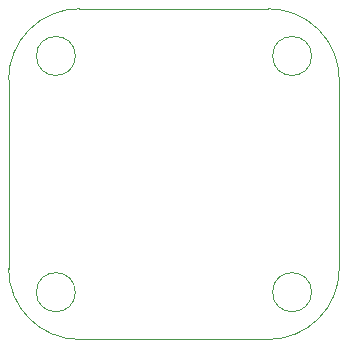
<source format=gbr>
%TF.GenerationSoftware,KiCad,Pcbnew,8.0.3-8.0.3-0~ubuntu24.04.1*%
%TF.CreationDate,2024-07-12T17:05:18+02:00*%
%TF.ProjectId,erace-rx-v2,65726163-652d-4727-982d-76322e6b6963,rev?*%
%TF.SameCoordinates,Original*%
%TF.FileFunction,Profile,NP*%
%FSLAX46Y46*%
G04 Gerber Fmt 4.6, Leading zero omitted, Abs format (unit mm)*
G04 Created by KiCad (PCBNEW 8.0.3-8.0.3-0~ubuntu24.04.1) date 2024-07-12 17:05:18*
%MOMM*%
%LPD*%
G01*
G04 APERTURE LIST*
%TA.AperFunction,Profile*%
%ADD10C,0.050000*%
%TD*%
G04 APERTURE END LIST*
D10*
X74650000Y-73000000D02*
G75*
G02*
X71350000Y-73000000I-1650000J0D01*
G01*
X71350000Y-73000000D02*
G75*
G02*
X74650000Y-73000000I1650000J0D01*
G01*
X77000000Y-71000000D02*
X77000000Y-55000000D01*
X55000000Y-77000000D02*
G75*
G02*
X49000000Y-71000000I0J6000000D01*
G01*
X54650000Y-53000000D02*
G75*
G02*
X51350000Y-53000000I-1650000J0D01*
G01*
X51350000Y-53000000D02*
G75*
G02*
X54650000Y-53000000I1650000J0D01*
G01*
X71000000Y-49000000D02*
G75*
G02*
X77000000Y-55000000I0J-6000000D01*
G01*
X74650000Y-53000000D02*
G75*
G02*
X71350000Y-53000000I-1650000J0D01*
G01*
X71350000Y-53000000D02*
G75*
G02*
X74650000Y-53000000I1650000J0D01*
G01*
X54650000Y-73000000D02*
G75*
G02*
X51350000Y-73000000I-1650000J0D01*
G01*
X51350000Y-73000000D02*
G75*
G02*
X54650000Y-73000000I1650000J0D01*
G01*
X77000000Y-71000000D02*
G75*
G02*
X71000000Y-77000000I-6000000J0D01*
G01*
X49000000Y-55000000D02*
G75*
G02*
X55000000Y-49000000I6000000J0D01*
G01*
X71000000Y-49000000D02*
X55000000Y-49000000D01*
X55000000Y-77000000D02*
X71000000Y-77000000D01*
X49000000Y-55000000D02*
X49000000Y-71000000D01*
M02*

</source>
